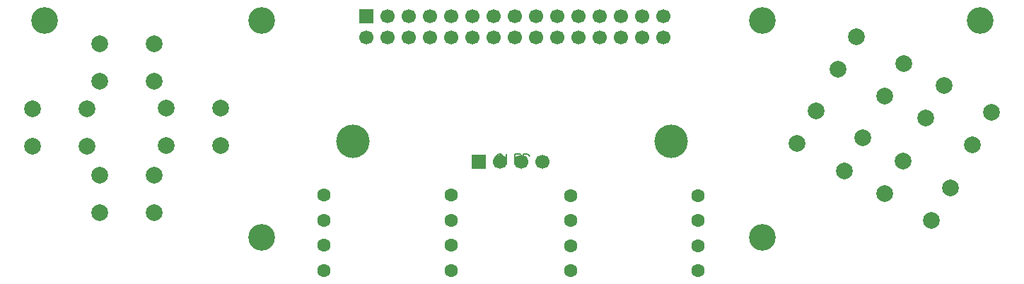
<source format=gbr>
%TF.GenerationSoftware,KiCad,Pcbnew,9.0.3*%
%TF.CreationDate,2025-07-14T12:36:22+02:00*%
%TF.ProjectId,CalliopeGamePad,43616c6c-696f-4706-9547-616d65506164,rev?*%
%TF.SameCoordinates,Original*%
%TF.FileFunction,Soldermask,Top*%
%TF.FilePolarity,Negative*%
%FSLAX46Y46*%
G04 Gerber Fmt 4.6, Leading zero omitted, Abs format (unit mm)*
G04 Created by KiCad (PCBNEW 9.0.3) date 2025-07-14 12:36:22*
%MOMM*%
%LPD*%
G01*
G04 APERTURE LIST*
%ADD10C,0.203200*%
%ADD11C,3.200000*%
%ADD12C,2.000000*%
%ADD13R,1.700000X1.700000*%
%ADD14C,1.700000*%
%ADD15C,4.000000*%
%ADD16C,1.600000*%
G04 APERTURE END LIST*
D10*
X150315790Y-109052640D02*
X150315790Y-110198180D01*
X148614000Y-109052640D02*
X148395560Y-109052640D01*
X148832440Y-109215200D02*
X148723220Y-109105980D01*
X151931230Y-109105980D02*
X152040450Y-109215200D01*
X151766130Y-109052640D02*
X151931230Y-109105980D01*
X148888320Y-109324420D02*
X148832440Y-109215200D01*
X151385130Y-109052640D02*
X151766130Y-109052640D01*
X150315790Y-109052640D02*
X151024450Y-109052640D01*
X148723220Y-109105980D02*
X148614000Y-109052640D01*
X151385130Y-109052640D02*
X151385130Y-110198180D01*
X152040450Y-109215200D02*
X152093790Y-109324420D01*
X149302340Y-109052640D02*
X149302340Y-110198180D01*
X148286340Y-109105980D02*
X148177120Y-109215200D01*
X148395560Y-109052640D02*
X148286340Y-109105980D01*
X148177120Y-109215200D02*
X148123780Y-109324420D01*
D11*
%TO.C,H4*%
X94000000Y-93000000D03*
%TD*%
D12*
%TO.C,U8*%
X196839673Y-109876443D03*
X202468838Y-113126443D03*
X194589673Y-113773557D03*
X200218838Y-117023557D03*
%TD*%
%TO.C,U6*%
X201739673Y-100826443D03*
X207368838Y-104076443D03*
X199489672Y-104723558D03*
X205118839Y-107973558D03*
%TD*%
%TO.C,U2*%
X92611800Y-103599760D03*
X99111800Y-103599760D03*
X92611800Y-108099760D03*
X99111800Y-108099760D03*
%TD*%
%TO.C,U4*%
X100639400Y-111564760D03*
X107139400Y-111564760D03*
X100639400Y-116064760D03*
X107139400Y-116064760D03*
%TD*%
D13*
%TO.C,J2*%
X146000000Y-110000000D03*
D14*
X148540000Y-110000000D03*
X151080000Y-110000000D03*
X153620000Y-110000000D03*
%TD*%
D12*
%TO.C,U7*%
X186389673Y-103876443D03*
X192018838Y-107126443D03*
X184139673Y-107773557D03*
X189768838Y-111023557D03*
%TD*%
D11*
%TO.C,H8*%
X206000000Y-93000000D03*
%TD*%
D15*
%TO.C,H1*%
X169050000Y-107550000D03*
%TD*%
D12*
%TO.C,U3*%
X108615000Y-103538360D03*
X115115000Y-103538360D03*
X108615000Y-108038360D03*
X115115000Y-108038360D03*
%TD*%
D11*
%TO.C,H5*%
X120000000Y-119000000D03*
%TD*%
%TO.C,H7*%
X180000000Y-93000000D03*
%TD*%
%TO.C,H6*%
X180000000Y-119000000D03*
%TD*%
D12*
%TO.C,U5*%
X191239673Y-94976443D03*
X196868838Y-98226443D03*
X188989673Y-98873557D03*
X194618838Y-102123557D03*
%TD*%
D11*
%TO.C,H3*%
X120000000Y-93000000D03*
%TD*%
D15*
%TO.C,H2*%
X130950000Y-107550000D03*
%TD*%
D12*
%TO.C,U1*%
X100623010Y-95815070D03*
X107123010Y-95815070D03*
X100623010Y-100315070D03*
X107123010Y-100315070D03*
%TD*%
D16*
%TO.C,R4*%
X142720951Y-113969293D03*
X127480951Y-113969293D03*
%TD*%
%TO.C,R1*%
X142720951Y-119969293D03*
X127480951Y-119969293D03*
%TD*%
%TO.C,R7*%
X157000000Y-114000000D03*
X172240000Y-114000000D03*
%TD*%
%TO.C,R3*%
X142720951Y-122969293D03*
X127480951Y-122969293D03*
%TD*%
%TO.C,R5*%
X157000000Y-120000000D03*
X172240000Y-120000000D03*
%TD*%
%TO.C,R8*%
X157000000Y-123000000D03*
X172240000Y-123000000D03*
%TD*%
%TO.C,R6*%
X157000000Y-117000000D03*
X172240000Y-117000000D03*
%TD*%
%TO.C,R2*%
X142720951Y-116969293D03*
X127480951Y-116969293D03*
%TD*%
D13*
%TO.C,J1*%
X132540000Y-92500000D03*
D14*
X132540000Y-95040000D03*
X135080000Y-92500000D03*
X135080000Y-95040000D03*
X137620000Y-92500000D03*
X137620000Y-95040000D03*
X140160000Y-92500000D03*
X140160000Y-95040000D03*
X142700000Y-92500000D03*
X142700000Y-95040000D03*
X145240000Y-92500000D03*
X145240000Y-95040000D03*
X147780000Y-92500000D03*
X147780000Y-95040000D03*
X150320000Y-92500000D03*
X150320000Y-95040000D03*
X152860000Y-92500000D03*
X152860000Y-95040000D03*
X155400000Y-92500000D03*
X155400000Y-95040000D03*
X157940000Y-92500000D03*
X157940000Y-95040000D03*
X160480000Y-92500000D03*
X160480000Y-95040000D03*
X163020000Y-92500000D03*
X163020000Y-95040000D03*
X165560000Y-92500000D03*
X165560000Y-95040000D03*
X168100000Y-92500000D03*
X168100000Y-95040000D03*
%TD*%
M02*

</source>
